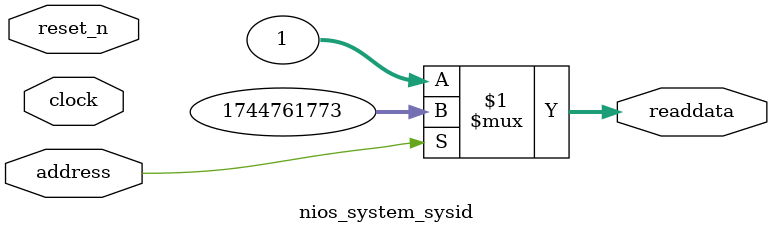
<source format=v>



// synthesis translate_off
`timescale 1ns / 1ps
// synthesis translate_on

// turn off superfluous verilog processor warnings 
// altera message_level Level1 
// altera message_off 10034 10035 10036 10037 10230 10240 10030 

module nios_system_sysid (
               // inputs:
                address,
                clock,
                reset_n,

               // outputs:
                readdata
             )
;

  output  [ 31: 0] readdata;
  input            address;
  input            clock;
  input            reset_n;

  wire    [ 31: 0] readdata;
  //control_slave, which is an e_avalon_slave
  assign readdata = address ? 1744761773 : 1;

endmodule



</source>
